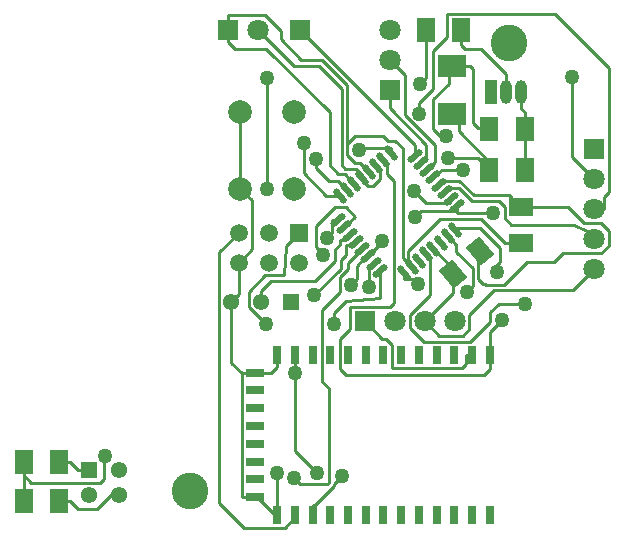
<source format=gtl>
G04 Layer_Physical_Order=1*
G04 Layer_Color=255*
%FSLAX24Y24*%
%MOIN*%
G70*
G01*
G75*
G04:AMPARAMS|DCode=10|XSize=21.7mil|YSize=59.1mil|CornerRadius=0mil|HoleSize=0mil|Usage=FLASHONLY|Rotation=310.000|XOffset=0mil|YOffset=0mil|HoleType=Round|Shape=Round|*
%AMOVALD10*
21,1,0.0374,0.0217,0.0000,0.0000,40.0*
1,1,0.0217,-0.0143,-0.0120*
1,1,0.0217,0.0143,0.0120*
%
%ADD10OVALD10*%

G04:AMPARAMS|DCode=11|XSize=21.7mil|YSize=59.1mil|CornerRadius=0mil|HoleSize=0mil|Usage=FLASHONLY|Rotation=40.000|XOffset=0mil|YOffset=0mil|HoleType=Round|Shape=Round|*
%AMOVALD11*
21,1,0.0374,0.0217,0.0000,0.0000,130.0*
1,1,0.0217,0.0120,-0.0143*
1,1,0.0217,-0.0120,0.0143*
%
%ADD11OVALD11*%

%ADD12R,0.0591X0.0787*%
%ADD13R,0.0945X0.0748*%
%ADD14R,0.0787X0.0591*%
G04:AMPARAMS|DCode=15|XSize=59.1mil|YSize=78.7mil|CornerRadius=0mil|HoleSize=0mil|Usage=FLASHONLY|Rotation=40.000|XOffset=0mil|YOffset=0mil|HoleType=Round|Shape=Rectangle|*
%AMROTATEDRECTD15*
4,1,4,0.0027,-0.0491,-0.0479,0.0112,-0.0027,0.0491,0.0479,-0.0112,0.0027,-0.0491,0.0*
%
%ADD15ROTATEDRECTD15*%

%ADD16R,0.0250X0.0600*%
%ADD17R,0.0600X0.0250*%
%ADD18C,0.0100*%
%ADD19R,0.0394X0.0787*%
%ADD20O,0.0394X0.0787*%
%ADD21C,0.0543*%
%ADD22R,0.0543X0.0543*%
%ADD23R,0.0709X0.0709*%
%ADD24R,0.0709X0.0709*%
%ADD25C,0.0709*%
%ADD26C,0.1220*%
%ADD27C,0.0591*%
%ADD28R,0.0591X0.0591*%
%ADD29C,0.0787*%
%ADD30C,0.0500*%
D10*
X15373Y12570D02*
D03*
X15576Y12329D02*
D03*
X15778Y12087D02*
D03*
X15981Y11846D02*
D03*
X16183Y11605D02*
D03*
X16385Y11364D02*
D03*
X16588Y11122D02*
D03*
X16790Y10881D02*
D03*
X14227Y8730D02*
D03*
X14024Y8971D02*
D03*
X13822Y9213D02*
D03*
X13619Y9454D02*
D03*
X13417Y9695D02*
D03*
X13215Y9936D02*
D03*
X13012Y10178D02*
D03*
X12810Y10419D02*
D03*
D11*
X16720Y10077D02*
D03*
X16479Y9874D02*
D03*
X16237Y9672D02*
D03*
X15996Y9469D02*
D03*
X15746Y9290D02*
D03*
X15514Y9065D02*
D03*
X15272Y8862D02*
D03*
X15031Y8660D02*
D03*
X12880Y11223D02*
D03*
X13121Y11426D02*
D03*
X13363Y11628D02*
D03*
X13604Y11831D02*
D03*
X13845Y12033D02*
D03*
X14086Y12235D02*
D03*
X14328Y12438D02*
D03*
X14569Y12640D02*
D03*
D12*
X2341Y1050D02*
D03*
X3522D02*
D03*
X2341Y2350D02*
D03*
X3522D02*
D03*
X15741Y16767D02*
D03*
X16922D02*
D03*
X19041Y12100D02*
D03*
X17859D02*
D03*
X19041Y13450D02*
D03*
X17859D02*
D03*
D13*
X16600Y15557D02*
D03*
Y13943D02*
D03*
D14*
X18900Y10841D02*
D03*
Y9659D02*
D03*
D15*
X16648Y8620D02*
D03*
X17552Y9380D02*
D03*
D16*
X17875Y5923D02*
D03*
X17284D02*
D03*
X16694D02*
D03*
X16103D02*
D03*
X15513D02*
D03*
X14922D02*
D03*
X14332D02*
D03*
X13741D02*
D03*
X13150D02*
D03*
X12560D02*
D03*
X11969D02*
D03*
X11379D02*
D03*
X10788D02*
D03*
Y600D02*
D03*
X11379D02*
D03*
X11969D02*
D03*
X12560D02*
D03*
X13150D02*
D03*
X13741D02*
D03*
X14332D02*
D03*
X14922D02*
D03*
X15513D02*
D03*
X16103D02*
D03*
X16694D02*
D03*
X17284D02*
D03*
X17875D02*
D03*
D17*
X10050Y5332D02*
D03*
Y4742D02*
D03*
Y4151D02*
D03*
Y3561D02*
D03*
Y2970D02*
D03*
Y2370D02*
D03*
Y1780D02*
D03*
Y1190D02*
D03*
D18*
X18200Y9018D02*
Y9500D01*
X17550Y10150D02*
X18200Y9500D01*
X16793Y10150D02*
X17550D01*
X16720Y10077D02*
X16793Y10150D01*
X18353Y8271D02*
X19111Y9030D01*
X17743Y8271D02*
X18353D01*
X20643Y8093D02*
X21350Y8800D01*
X18014Y8093D02*
X20643D01*
X17918Y8700D02*
X18100D01*
X17900Y8719D02*
X17918Y8700D01*
X17900Y8719D02*
X18200Y9018D01*
X16479Y9874D02*
X16750Y9603D01*
Y9372D02*
Y9603D01*
Y9372D02*
X17304Y8817D01*
X17191Y7270D02*
X18014Y8093D01*
X17714Y8300D02*
X17743Y8271D01*
X17633Y8300D02*
X17714D01*
X15996Y9469D02*
X16648Y8818D01*
X16231Y10460D02*
X17572D01*
X17483Y8450D02*
X17633Y8300D01*
X17304Y8213D02*
Y8817D01*
X13551Y12820D02*
X14569D01*
X13122Y12972D02*
Y14925D01*
Y12585D02*
Y12972D01*
X15254Y8880D02*
X15272D01*
X15172D02*
X15254D01*
X15151Y8983D02*
Y9380D01*
Y8900D02*
Y8983D01*
X15254Y8880D02*
X15272Y8862D01*
X15151Y8983D02*
X15254Y8880D01*
X14971Y9163D02*
X15151Y8983D01*
X9141Y16750D02*
Y17240D01*
X16850Y13376D02*
Y13943D01*
X16501Y14948D02*
Y15557D01*
X17481Y13500D02*
X17859D01*
X15031Y8470D02*
X15311D01*
X11969Y908D02*
X12057D01*
X16790Y10718D02*
Y10881D01*
Y10665D02*
Y10718D01*
X15582D02*
X16790D01*
X21672Y10800D02*
Y11190D01*
X16552Y11000D02*
Y11122D01*
X11379Y2733D02*
Y5320D01*
X12631Y9990D02*
Y10419D01*
X13352Y9580D02*
Y9695D01*
X2341Y1911D02*
Y2350D01*
Y1050D02*
Y1911D01*
X18621Y10841D02*
Y11150D01*
X16221Y11605D02*
Y11730D01*
X15746Y9230D02*
X15871D01*
X15373Y12570D02*
Y12927D01*
X11550Y16750D02*
X15373Y12927D01*
X13501Y12770D02*
X13551Y12820D01*
X14569Y12640D02*
Y12820D01*
X14971Y9163D02*
Y12823D01*
X14730Y13065D02*
X14971Y12823D01*
X14491Y13065D02*
X14730D01*
X14324Y13232D02*
X14491Y13065D01*
X13382Y13232D02*
X14324D01*
X13122Y12972D02*
X13382Y13232D01*
Y12326D02*
X13552D01*
X15272Y8862D02*
Y8880D01*
X15151Y8900D02*
X15172Y8880D01*
X15151Y9380D02*
X16231Y10460D01*
X17572D02*
X18372Y9659D01*
X18900D01*
X9150Y16351D02*
Y16750D01*
Y16351D02*
X9381Y16120D01*
X10431D01*
X12534Y14017D01*
Y12250D02*
Y14017D01*
Y12250D02*
X12828Y11956D01*
X13035D01*
X13363Y11628D01*
X9141Y16750D02*
X9150D01*
X9141Y17240D02*
X10381D01*
X10901Y16720D01*
Y16457D02*
Y16720D01*
Y16457D02*
X11590Y15768D01*
X12278D01*
X13122Y14925D01*
Y12585D02*
X13382Y12326D01*
X13552D02*
X13845Y12033D01*
X15700Y7050D02*
X16183Y6567D01*
X16982D01*
X17191Y6777D01*
Y7270D01*
X13604Y11831D02*
Y11948D01*
X13417Y12135D02*
X13604Y11948D01*
X13058Y12135D02*
X13417D01*
X12943Y12250D02*
X13058Y12135D01*
X12943Y12250D02*
Y14799D01*
X12180Y15563D02*
X12943Y14799D01*
X11337Y15563D02*
X12180D01*
X10150Y16750D02*
X11337Y15563D01*
X9611Y5332D02*
X10050D01*
X9250Y5652D02*
X9611Y5332D01*
X9250Y5652D02*
Y7700D01*
X9500Y7950D02*
Y9000D01*
X9250Y7700D02*
X9500Y7950D01*
X14227Y7830D02*
Y8730D01*
X13082Y7712D02*
X14227Y7830D01*
X12681Y7312D02*
X13082Y7712D01*
X12681Y6940D02*
Y7312D01*
X9841Y7520D02*
X10422Y6940D01*
X9841Y7520D02*
Y8036D01*
X10381Y8576D01*
X11001D01*
X11071Y9571D01*
X11500Y10000D01*
X13842Y8180D02*
Y8788D01*
X14024Y8971D01*
X16501Y15557D02*
X16600D01*
X15999Y14446D02*
X16501Y14948D01*
X15999Y13443D02*
Y14446D01*
Y13443D02*
X16231Y13210D01*
X16431D01*
X11672Y11983D02*
Y12991D01*
Y11983D02*
X12431Y11223D01*
X12880D01*
X11379Y507D02*
Y600D01*
X11042Y170D02*
X11379Y507D01*
X9671Y170D02*
X11042D01*
X8842Y1000D02*
X9671Y170D01*
X8842Y1000D02*
Y9341D01*
X9500Y10000D01*
X12321Y9250D02*
Y9290D01*
X12082Y9530D02*
X12321Y9290D01*
X12082Y9530D02*
Y10220D01*
X12701Y10840D01*
X13069D01*
X13371Y10537D01*
X13012Y10178D02*
X13371Y10537D01*
X12689Y1628D02*
X12941Y1880D01*
X12689Y1540D02*
Y1628D01*
X12057Y908D02*
X12689Y1540D01*
X11969Y600D02*
Y908D01*
X14550Y14151D02*
Y14750D01*
Y14151D02*
X15761Y12939D01*
Y12515D02*
Y12939D01*
X15576Y12329D02*
X15761Y12515D01*
X20612Y12538D02*
Y15190D01*
Y12538D02*
X21350Y11800D01*
X10452Y11450D02*
Y15140D01*
X11379Y2733D02*
X12121Y1990D01*
X12631Y10419D02*
X12810D01*
X12462Y9820D02*
X12631Y9990D01*
X10250Y7700D02*
Y8069D01*
X10579Y8397D01*
X12053D01*
X12700Y9044D01*
Y9422D01*
X12895Y9616D01*
Y9764D01*
X13042D01*
X13215Y9936D01*
X13764Y9213D02*
X13822D01*
X13451Y8900D02*
X13764Y9213D01*
X13451Y8450D02*
Y8900D01*
X13261Y8260D02*
X13451Y8450D01*
X15778Y12087D02*
X16042Y12351D01*
Y12912D01*
X15042Y13912D02*
X16042Y12912D01*
X15042Y13912D02*
Y15259D01*
X14550Y15750D02*
X15042Y15259D01*
X21350Y10800D02*
X21672D01*
Y11190D02*
X21841Y11360D01*
Y15500D01*
X20052Y17290D02*
X21841Y15500D01*
X16451Y17290D02*
X20052D01*
X16451Y16520D02*
Y17290D01*
X15991Y16060D02*
X16451Y16520D01*
X15991Y14800D02*
Y16060D01*
X15522Y14330D02*
X15991Y14800D01*
X15522Y13970D02*
Y14330D01*
X16267Y12101D02*
X16999D01*
X16012Y11846D02*
X16267Y12101D01*
X15981Y11846D02*
X16012D01*
X17479Y12480D02*
X17859Y12100D01*
X16472Y12480D02*
X17479D01*
X12091Y12140D02*
Y12470D01*
Y12140D02*
X12501Y11730D01*
X12817D01*
X13121Y11426D01*
X18900Y10841D02*
X20491D01*
X21015Y10317D01*
X21581D01*
X21841Y10057D01*
Y9570D02*
Y10057D01*
X21581Y9310D02*
X21841Y9570D01*
X20312Y9310D02*
X21581D01*
X20031Y9030D02*
X20312Y9310D01*
X19111Y9030D02*
X20031D01*
X17483Y8450D02*
Y9250D01*
X17552Y9320D01*
Y9380D01*
X16552Y11122D02*
X16588D01*
X15741Y11000D02*
X16552D01*
X15352Y11390D02*
X15741Y11000D01*
X15381Y10518D02*
X15582Y10718D01*
X21110Y10040D02*
X21350Y9800D01*
X20688Y10263D02*
X21110Y10040D01*
X18599Y10263D02*
X20688D01*
X18371Y10490D02*
X18599Y10263D01*
X18371Y10490D02*
Y10850D01*
X18171Y11050D02*
X18371Y10850D01*
X17271Y11050D02*
X18171D01*
X16841Y11480D02*
X17271Y11050D01*
X16524Y11480D02*
X16841D01*
X16385Y11364D02*
X16524Y11480D01*
X16183Y11605D02*
X16221D01*
Y11730D02*
X16862D01*
X17342Y11250D01*
X18521D01*
X18621Y11150D01*
Y10841D02*
X18900D01*
X15031Y8470D02*
Y8660D01*
X15311Y8470D02*
X15491Y8290D01*
X13352Y9695D02*
X13417D01*
X13091Y9580D02*
X13352D01*
X13082Y9570D02*
X13091Y9580D01*
X13082Y9255D02*
Y9570D01*
X12904Y9078D02*
X13082Y9255D01*
X12904Y8803D02*
Y9078D01*
X12021Y7920D02*
X12904Y8803D01*
X5012Y2540D02*
X5041Y2570D01*
X5012Y1800D02*
Y2540D01*
X4882Y1670D02*
X5012Y1800D01*
X2582Y1670D02*
X4882D01*
X2341Y1911D02*
X2582Y1670D01*
X17875Y5450D02*
Y5923D01*
X17675Y5250D02*
X17875Y5450D01*
X13091Y5250D02*
X17675D01*
X12891Y5450D02*
X13091Y5250D01*
X12891Y5450D02*
Y6460D01*
X13217Y6785D01*
Y7533D01*
X14555D01*
X14671Y7650D01*
Y11736D01*
X14448Y11960D02*
X14671Y11736D01*
X14448Y11960D02*
Y12295D01*
X14328Y12438D02*
X14448Y12295D01*
X15746Y9230D02*
Y9290D01*
X15871Y7910D02*
Y9230D01*
X15211Y7250D02*
X15871Y7910D01*
X15211Y6830D02*
Y7250D01*
Y6830D02*
X15682Y6360D01*
X17221D01*
X17886Y7025D01*
Y7342D01*
X18182Y7637D01*
X19059D01*
X17121Y8030D02*
X17304Y8213D01*
X14291Y9682D02*
Y9720D01*
X13822Y9213D02*
X14291Y9682D01*
X16648Y7998D02*
Y8620D01*
X15700Y7050D02*
X16648Y7998D01*
X17875Y5923D02*
Y6693D01*
X18275Y7093D01*
X16790Y10665D02*
X17976D01*
X16600Y13943D02*
X16850D01*
Y13376D02*
X17859Y12367D01*
Y12100D02*
Y12367D01*
X15741Y15150D02*
Y16767D01*
X15541Y14950D02*
X15741Y15150D01*
X13615Y9454D02*
X13619D01*
X13152Y8990D02*
X13615Y9454D01*
X13152Y8790D02*
Y8990D01*
X12881Y8520D02*
X13152Y8790D01*
X12881Y8008D02*
Y8520D01*
X12282Y7409D02*
X12881Y8008D01*
X12282Y5039D02*
Y7409D01*
Y5039D02*
X12501Y4820D01*
Y1670D02*
Y4820D01*
X12442Y1610D02*
X12501Y1670D01*
X11552Y1610D02*
X12442D01*
X11342Y1820D02*
X11552Y1610D01*
X11379Y5320D02*
Y5923D01*
X9500Y9000D02*
X9944Y9444D01*
Y11091D01*
X9564Y11470D02*
X9944Y11091D01*
X13604Y11768D02*
Y11831D01*
Y11768D02*
X13822Y11550D01*
X13981D01*
X14211Y11780D01*
Y12110D01*
X14086Y12235D02*
X14211Y12110D01*
X17071Y5923D02*
X17284D01*
X17071Y5610D02*
Y5923D01*
X16952Y5490D02*
X17071Y5610D01*
X14632Y5490D02*
X16952D01*
X14632D02*
Y6250D01*
X14411Y6470D02*
X14632Y6250D01*
X14280Y6470D02*
X14411D01*
X13700Y7050D02*
X14280Y6470D01*
X10050Y5332D02*
X10582D01*
X10788Y5539D01*
Y5923D01*
Y600D02*
Y1990D01*
X18400Y14700D02*
Y15291D01*
X17572Y16120D02*
X18400Y15291D01*
X17052Y16120D02*
X17572D01*
X16922Y16250D02*
X17052Y16120D01*
X16922Y16250D02*
Y16767D01*
X9611Y1190D02*
X10050D01*
X9611D02*
Y5332D01*
X16648Y8620D02*
Y8818D01*
X17859Y13450D02*
Y13500D01*
X17332Y13650D02*
X17481Y13500D01*
X17332Y13650D02*
Y15450D01*
X17224Y15557D02*
X17332Y15450D01*
X16600Y15557D02*
X17224D01*
X5237Y1245D02*
X5521D01*
X4791Y800D02*
X5237Y1245D01*
X4141Y800D02*
X4791D01*
X3891Y1050D02*
X4141Y800D01*
X3522Y1050D02*
X3891D01*
X18900Y14141D02*
Y14700D01*
Y14141D02*
X19041Y14000D01*
Y13450D02*
Y14000D01*
Y12100D02*
Y13450D01*
X10711Y600D02*
X10788D01*
X10122Y1190D02*
X10711Y600D01*
X10050Y1190D02*
X10122D01*
X9564Y11470D02*
Y14030D01*
X4156Y2076D02*
X4521D01*
X3882Y2350D02*
X4156Y2076D01*
X3522Y2350D02*
X3882D01*
D19*
X17900Y14700D02*
D03*
D20*
X18400D02*
D03*
X18900D02*
D03*
D21*
X9250Y7700D02*
D03*
X10250D02*
D03*
X5521Y2076D02*
D03*
Y1245D02*
D03*
X4521D02*
D03*
D22*
X11250Y7700D02*
D03*
X4521Y2076D02*
D03*
D23*
X11550Y16750D02*
D03*
X21350Y12800D02*
D03*
X14550Y14750D02*
D03*
D24*
X9150Y16750D02*
D03*
X13700Y7050D02*
D03*
D25*
X10150Y16750D02*
D03*
X14700Y7050D02*
D03*
X15700D02*
D03*
X16700D02*
D03*
X21350Y11800D02*
D03*
Y10800D02*
D03*
Y9800D02*
D03*
Y8800D02*
D03*
X14550Y15750D02*
D03*
Y16750D02*
D03*
D26*
X7874Y1378D02*
D03*
X18504Y16339D02*
D03*
D27*
X9500Y9000D02*
D03*
Y10000D02*
D03*
X10500Y9000D02*
D03*
Y10000D02*
D03*
X11500Y9000D02*
D03*
D28*
Y10000D02*
D03*
D29*
X11336Y14030D02*
D03*
Y11470D02*
D03*
X9564Y14030D02*
D03*
Y11470D02*
D03*
D30*
X18100Y8700D02*
D03*
X13501Y12770D02*
D03*
X12681Y6940D02*
D03*
X10422D02*
D03*
X13842Y8180D02*
D03*
X16431Y13210D02*
D03*
X11672Y12991D02*
D03*
X12321Y9250D02*
D03*
X12941Y1880D02*
D03*
X20612Y15190D02*
D03*
X10452Y15140D02*
D03*
Y11450D02*
D03*
X12121Y1990D02*
D03*
X12462Y9820D02*
D03*
X13261Y8260D02*
D03*
X15522Y13970D02*
D03*
X16999Y12101D02*
D03*
X16472Y12480D02*
D03*
X12091Y12470D02*
D03*
X15352Y11390D02*
D03*
X15381Y10518D02*
D03*
X15491Y8290D02*
D03*
X12021Y7920D02*
D03*
X5041Y2570D02*
D03*
X19059Y7637D02*
D03*
X17121Y8030D02*
D03*
X14291Y9720D02*
D03*
X18275Y7093D02*
D03*
X17976Y10665D02*
D03*
X15541Y14950D02*
D03*
X11342Y1820D02*
D03*
X11379Y5320D02*
D03*
X10788Y1990D02*
D03*
M02*

</source>
